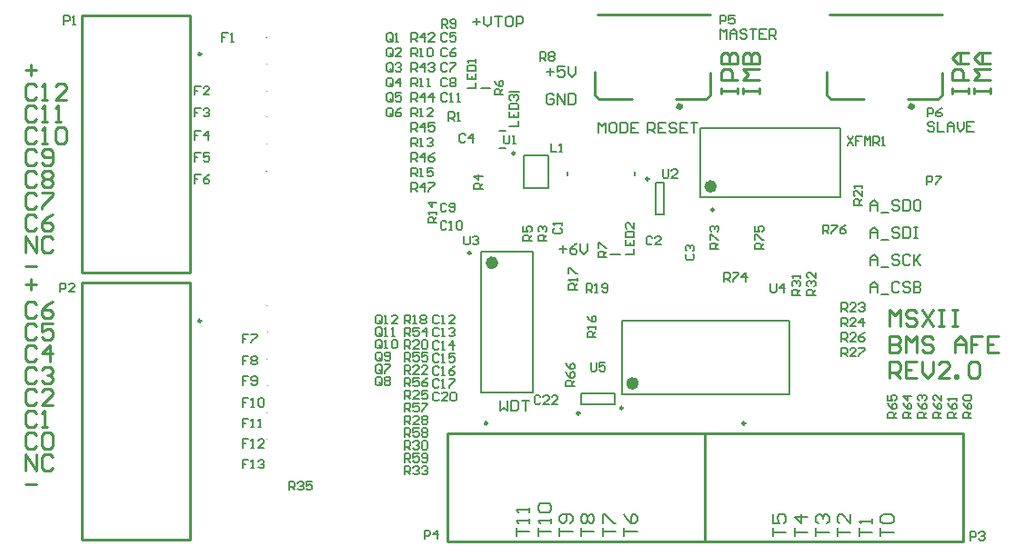
<source format=gto>
G04 Layer_Color=65535*
%FSTAX24Y24*%
%MOIN*%
G70*
G01*
G75*
%ADD39C,0.0100*%
%ADD41C,0.0080*%
%ADD49C,0.0098*%
%ADD50C,0.0236*%
%ADD51C,0.0102*%
%ADD52C,0.0039*%
%ADD53C,0.0197*%
%ADD54C,0.0079*%
%ADD55C,0.0059*%
%ADD56C,0.0060*%
D39*
X043677Y027167D02*
Y031144D01*
X034228D02*
X043677D01*
X034228Y027167D02*
Y031144D01*
Y027167D02*
X043677D01*
X034228D02*
Y031144D01*
X02478D02*
X034228D01*
X02478Y027167D02*
Y031144D01*
Y027167D02*
X034228D01*
X011378Y037018D02*
X015354D01*
Y046467D01*
X011378D02*
X015354D01*
X011378Y037018D02*
Y046467D01*
Y027227D02*
X015354D01*
Y036675D01*
X011378D02*
X015354D01*
X011378Y027227D02*
Y036675D01*
X03028Y046486D02*
X034433D01*
X030191Y043543D02*
Y044389D01*
X030339Y043395D02*
X031569D01*
X030191Y043543D02*
X030339Y043395D01*
X033144D02*
X034266D01*
X034413Y043543D02*
Y04438D01*
X034266Y043395D02*
X034413Y043543D01*
X03878Y046486D02*
X042933D01*
X038691Y043543D02*
Y044389D01*
X038839Y043395D02*
X040069D01*
X038691Y043543D02*
X038839Y043395D01*
X041644D02*
X042766D01*
X042913Y043543D02*
Y04438D01*
X042766Y043395D02*
X042913Y043543D01*
X040981Y03507D02*
Y035669D01*
X041181Y035469D01*
X041381Y035669D01*
Y03507D01*
X041981Y035569D02*
X041881Y035669D01*
X041681D01*
X041581Y035569D01*
Y035469D01*
X041681Y035369D01*
X041881D01*
X041981Y035269D01*
Y035169D01*
X041881Y03507D01*
X041681D01*
X041581Y035169D01*
X042181Y035669D02*
X042581Y03507D01*
Y035669D02*
X042181Y03507D01*
X042781Y035669D02*
X042981D01*
X042881D01*
Y03507D01*
X042781D01*
X042981D01*
X043281Y035669D02*
X043481D01*
X043381D01*
Y03507D01*
X043281D01*
X043481D01*
X040981Y03471D02*
Y03411D01*
X041281D01*
X041381Y03421D01*
Y03431D01*
X041281Y03441D01*
X040981D01*
X041281D01*
X041381Y03451D01*
Y03461D01*
X041281Y03471D01*
X040981D01*
X041581Y03411D02*
Y03471D01*
X041781Y03451D01*
X041981Y03471D01*
Y03411D01*
X042581Y03461D02*
X042481Y03471D01*
X042281D01*
X042181Y03461D01*
Y03451D01*
X042281Y03441D01*
X042481D01*
X042581Y03431D01*
Y03421D01*
X042481Y03411D01*
X042281D01*
X042181Y03421D01*
X043381Y03411D02*
Y03451D01*
X043581Y03471D01*
X043781Y03451D01*
Y03411D01*
Y03441D01*
X043381D01*
X04438Y03471D02*
X043981D01*
Y03441D01*
X04418D01*
X043981D01*
Y03411D01*
X04498Y03471D02*
X04458D01*
Y03411D01*
X04498D01*
X04458Y03441D02*
X04478D01*
X040981Y03315D02*
Y03375D01*
X041281D01*
X041381Y03365D01*
Y03345D01*
X041281Y03335D01*
X040981D01*
X041181D02*
X041381Y03315D01*
X041981Y03375D02*
X041581D01*
Y03315D01*
X041981D01*
X041581Y03345D02*
X041781D01*
X042181Y03375D02*
Y03335D01*
X042381Y03315D01*
X042581Y03335D01*
Y03375D01*
X043181Y03315D02*
X042781D01*
X043181Y03355D01*
Y03365D01*
X043081Y03375D01*
X042881D01*
X042781Y03365D01*
X043381Y03315D02*
Y03325D01*
X043481D01*
Y03315D01*
X043381D01*
X043881Y03365D02*
X043981Y03375D01*
X04418D01*
X04428Y03365D01*
Y03325D01*
X04418Y03315D01*
X043981D01*
X043881Y03325D01*
Y03365D01*
X009731Y04385D02*
X009631Y04395D01*
X009431D01*
X009331Y04385D01*
Y04345D01*
X009431Y04335D01*
X009631D01*
X009731Y04345D01*
X009931Y04335D02*
X010131D01*
X010031D01*
Y04395D01*
X009931Y04385D01*
X010831Y04335D02*
X010431D01*
X010831Y04375D01*
Y04385D01*
X010731Y04395D01*
X010531D01*
X010431Y04385D01*
X009731Y04305D02*
X009631Y04315D01*
X009431D01*
X009331Y04305D01*
Y04265D01*
X009431Y04255D01*
X009631D01*
X009731Y04265D01*
X009931Y04255D02*
X010131D01*
X010031D01*
Y04315D01*
X009931Y04305D01*
X010431Y04255D02*
X010631D01*
X010531D01*
Y04315D01*
X010431Y04305D01*
X009731Y04225D02*
X009631Y04235D01*
X009431D01*
X009331Y04225D01*
Y04185D01*
X009431Y04175D01*
X009631D01*
X009731Y04185D01*
X009931Y04175D02*
X010131D01*
X010031D01*
Y04235D01*
X009931Y04225D01*
X010431D02*
X010531Y04235D01*
X010731D01*
X010831Y04225D01*
Y04185D01*
X010731Y04175D01*
X010531D01*
X010431Y04185D01*
Y04225D01*
X009731Y04145D02*
X009631Y04155D01*
X009431D01*
X009331Y04145D01*
Y04105D01*
X009431Y04095D01*
X009631D01*
X009731Y04105D01*
X009931D02*
X010031Y04095D01*
X010231D01*
X010331Y04105D01*
Y04145D01*
X010231Y04155D01*
X010031D01*
X009931Y04145D01*
Y04135D01*
X010031Y04125D01*
X010331D01*
X009731Y04065D02*
X009631Y04075D01*
X009431D01*
X009331Y04065D01*
Y04025D01*
X009431Y04015D01*
X009631D01*
X009731Y04025D01*
X009931Y04065D02*
X010031Y04075D01*
X010231D01*
X010331Y04065D01*
Y04055D01*
X010231Y04045D01*
X010331Y04035D01*
Y04025D01*
X010231Y04015D01*
X010031D01*
X009931Y04025D01*
Y04035D01*
X010031Y04045D01*
X009931Y04055D01*
Y04065D01*
X010031Y04045D02*
X010231D01*
X009731Y03985D02*
X009631Y03995D01*
X009431D01*
X009331Y03985D01*
Y03945D01*
X009431Y03935D01*
X009631D01*
X009731Y03945D01*
X009931Y03995D02*
X010331D01*
Y03985D01*
X009931Y03945D01*
Y03935D01*
X009731Y03905D02*
X009631Y03915D01*
X009431D01*
X009331Y03905D01*
Y03865D01*
X009431Y03855D01*
X009631D01*
X009731Y03865D01*
X010331Y03915D02*
X010131Y03905D01*
X009931Y03885D01*
Y03865D01*
X010031Y03855D01*
X010231D01*
X010331Y03865D01*
Y03875D01*
X010231Y03885D01*
X009931D01*
X009731Y03105D02*
X009631Y03115D01*
X009431D01*
X009331Y03105D01*
Y03065D01*
X009431Y03055D01*
X009631D01*
X009731Y03065D01*
X009931Y03105D02*
X010031Y03115D01*
X010231D01*
X010331Y03105D01*
Y03065D01*
X010231Y03055D01*
X010031D01*
X009931Y03065D01*
Y03105D01*
X009731Y03185D02*
X009631Y03195D01*
X009431D01*
X009331Y03185D01*
Y03145D01*
X009431Y03135D01*
X009631D01*
X009731Y03145D01*
X009931Y03135D02*
X010131D01*
X010031D01*
Y03195D01*
X009931Y03185D01*
X009731Y03265D02*
X009631Y03275D01*
X009431D01*
X009331Y03265D01*
Y03225D01*
X009431Y03215D01*
X009631D01*
X009731Y03225D01*
X010331Y03215D02*
X009931D01*
X010331Y03255D01*
Y03265D01*
X010231Y03275D01*
X010031D01*
X009931Y03265D01*
X009731Y03345D02*
X009631Y03355D01*
X009431D01*
X009331Y03345D01*
Y03305D01*
X009431Y03295D01*
X009631D01*
X009731Y03305D01*
X009931Y03345D02*
X010031Y03355D01*
X010231D01*
X010331Y03345D01*
Y03335D01*
X010231Y03325D01*
X010131D01*
X010231D01*
X010331Y03315D01*
Y03305D01*
X010231Y03295D01*
X010031D01*
X009931Y03305D01*
X009731Y03425D02*
X009631Y03435D01*
X009431D01*
X009331Y03425D01*
Y03385D01*
X009431Y03375D01*
X009631D01*
X009731Y03385D01*
X010231Y03375D02*
Y03435D01*
X009931Y03405D01*
X010331D01*
X009731Y03505D02*
X009631Y03515D01*
X009431D01*
X009331Y03505D01*
Y03465D01*
X009431Y03455D01*
X009631D01*
X009731Y03465D01*
X010331Y03515D02*
X009931D01*
Y03485D01*
X010131Y03495D01*
X010231D01*
X010331Y03485D01*
Y03465D01*
X010231Y03455D01*
X010031D01*
X009931Y03465D01*
X009731Y03585D02*
X009631Y03595D01*
X009431D01*
X009331Y03585D01*
Y03545D01*
X009431Y03535D01*
X009631D01*
X009731Y03545D01*
X010331Y03595D02*
X010131Y03585D01*
X009931Y03565D01*
Y03545D01*
X010031Y03535D01*
X010231D01*
X010331Y03545D01*
Y03555D01*
X010231Y03565D01*
X009931D01*
X035632Y0436D02*
Y0438D01*
Y0437D01*
X036232D01*
Y0436D01*
Y0438D01*
Y0441D02*
X035632D01*
X035832Y0443D01*
X035632Y0445D01*
X036232D01*
X035632Y0447D02*
X036232D01*
Y045D01*
X036132Y0451D01*
X036032D01*
X035932Y045D01*
Y0447D01*
Y045D01*
X035832Y0451D01*
X035732D01*
X035632Y045D01*
Y0447D01*
X034832Y0436D02*
Y0438D01*
Y0437D01*
X035431D01*
Y0436D01*
Y0438D01*
Y0441D02*
X034832D01*
Y0444D01*
X034932Y0445D01*
X035132D01*
X035232Y0444D01*
Y0441D01*
X034832Y0447D02*
X035431D01*
Y045D01*
X035332Y0451D01*
X035232D01*
X035132Y045D01*
Y0447D01*
Y045D01*
X035032Y0451D01*
X034932D01*
X034832Y045D01*
Y0447D01*
X044082Y0436D02*
Y0438D01*
Y0437D01*
X044682D01*
Y0436D01*
Y0438D01*
Y0441D02*
X044082D01*
X044282Y0443D01*
X044082Y0445D01*
X044682D01*
Y0447D02*
X044282D01*
X044082Y0449D01*
X044282Y0451D01*
X044682D01*
X044382D01*
Y0447D01*
X043282Y0436D02*
Y0438D01*
Y0437D01*
X043882D01*
Y0436D01*
Y0438D01*
Y0441D02*
X043282D01*
Y0444D01*
X043382Y0445D01*
X043582D01*
X043682Y0444D01*
Y0441D01*
X043882Y0447D02*
X043482D01*
X043282Y0449D01*
X043482Y0451D01*
X043882D01*
X043582D01*
Y0447D01*
X009331Y02975D02*
Y03035D01*
X009731Y02975D01*
Y03035D01*
X010331Y03025D02*
X010231Y03035D01*
X010031D01*
X009931Y03025D01*
Y02985D01*
X010031Y02975D01*
X010231D01*
X010331Y02985D01*
X009331Y0366D02*
X009731D01*
X009531Y0368D02*
Y0364D01*
X009331Y02925D02*
X009731D01*
X009331Y03775D02*
Y03835D01*
X009731Y03775D01*
Y03835D01*
X010331Y03825D02*
X010231Y03835D01*
X010031D01*
X009931Y03825D01*
Y03785D01*
X010031Y03775D01*
X010231D01*
X010331Y03785D01*
X009331Y03725D02*
X009731D01*
X009331Y04445D02*
X009731D01*
X009531Y04465D02*
Y04425D01*
D41*
X03672Y02735D02*
Y02767D01*
Y02751D01*
X0372D01*
X03672Y02815D02*
Y02783D01*
X03696D01*
X03688Y02799D01*
Y02807D01*
X03696Y02815D01*
X03712D01*
X0372Y02807D01*
Y02791D01*
X03712Y02783D01*
X03751Y02735D02*
Y02767D01*
Y02751D01*
X03799D01*
Y02807D02*
X03751D01*
X03775Y02783D01*
Y02815D01*
X0383Y02735D02*
Y02767D01*
Y02751D01*
X03878D01*
X03838Y02783D02*
X0383Y02791D01*
Y02807D01*
X03838Y02815D01*
X03846D01*
X03854Y02807D01*
Y02799D01*
Y02807D01*
X03862Y02815D01*
X0387D01*
X03878Y02807D01*
Y02791D01*
X0387Y02783D01*
X03909Y02735D02*
Y02767D01*
Y02751D01*
X03957D01*
Y02815D02*
Y02783D01*
X03925Y02815D01*
X03917D01*
X03909Y02807D01*
Y02791D01*
X03917Y02783D01*
X03988Y02735D02*
Y02767D01*
Y02751D01*
X04036D01*
Y02783D02*
Y02799D01*
Y02791D01*
X03988D01*
X03996Y02783D01*
X04067Y02735D02*
Y02767D01*
Y02751D01*
X04115D01*
X04075Y02783D02*
X04067Y02791D01*
Y02807D01*
X04075Y02815D01*
X04107D01*
X04115Y02807D01*
Y02791D01*
X04107Y02783D01*
X04075D01*
X03127Y02736D02*
Y02768D01*
Y02752D01*
X03175D01*
X03127Y02816D02*
X03135Y028D01*
X03151Y02784D01*
X03167D01*
X03175Y02792D01*
Y02808D01*
X03167Y02816D01*
X03159D01*
X03151Y02808D01*
Y02784D01*
X03048Y02736D02*
Y02768D01*
Y02752D01*
X03096D01*
X03048Y02784D02*
Y02816D01*
X03056D01*
X03088Y02784D01*
X03096D01*
X02969Y02736D02*
Y02768D01*
Y02752D01*
X03017D01*
X02977Y02784D02*
X02969Y02792D01*
Y02808D01*
X02977Y02816D01*
X02985D01*
X02993Y02808D01*
X03001Y02816D01*
X03009D01*
X03017Y02808D01*
Y02792D01*
X03009Y02784D01*
X03001D01*
X02993Y02792D01*
X02985Y02784D01*
X02977D01*
X02993Y02792D02*
Y02808D01*
X0289Y02736D02*
Y02768D01*
Y02752D01*
X02938D01*
X0293Y02784D02*
X02938Y02792D01*
Y02808D01*
X0293Y02816D01*
X02898D01*
X0289Y02808D01*
Y02792D01*
X02898Y02784D01*
X02906D01*
X02914Y02792D01*
Y02816D01*
X02811Y02736D02*
Y02768D01*
Y02752D01*
X02859D01*
Y02784D02*
Y028D01*
Y02792D01*
X02811D01*
X02819Y02784D01*
Y02824D02*
X02811Y02832D01*
Y02848D01*
X02819Y02856D01*
X02851D01*
X02859Y02848D01*
Y02832D01*
X02851Y02824D01*
X02819D01*
X02732Y02736D02*
Y02768D01*
Y02752D01*
X0278D01*
Y02784D02*
Y028D01*
Y02792D01*
X02732D01*
X0274Y02784D01*
X0278Y02824D02*
Y0284D01*
Y02832D01*
X02732D01*
X0274Y02824D01*
D49*
X029634Y031869D02*
G03*
X029634Y031869I-000049J0D01*
G01*
X034552Y039334D02*
G03*
X034552Y039334I-000049J0D01*
G01*
X031218Y03206D02*
G03*
X031218Y03206I-000049J0D01*
G01*
X02564Y037746D02*
G03*
X02564Y037746I-000049J0D01*
G01*
X032165Y040466D02*
G03*
X032165Y040466I-000049J0D01*
G01*
X027257Y041405D02*
G03*
X027257Y041405I-000049J0D01*
G01*
D50*
X034552Y040191D02*
G03*
X034552Y040191I-000118J0D01*
G01*
X031685Y032965D02*
G03*
X031685Y032965I-000118J0D01*
G01*
X026535Y037392D02*
G03*
X026535Y037392I-000118J0D01*
G01*
D51*
X035697Y031498D02*
G03*
X035697Y031498I-000051J0D01*
G01*
X026248D02*
G03*
X026248Y031498I-000051J0D01*
G01*
X01576Y045049D02*
G03*
X01576Y045049I-000051J0D01*
G01*
Y035258D02*
G03*
X01576Y035258I-000051J0D01*
G01*
D52*
X018169Y040761D02*
G03*
X018169Y040761I-00002J0D01*
G01*
Y041748D02*
G03*
X018169Y041748I-00002J0D01*
G01*
Y042736D02*
G03*
X018169Y042736I-00002J0D01*
G01*
X018169Y043685D02*
G03*
X018169Y043685I-00002J0D01*
G01*
Y044672D02*
G03*
X018169Y044672I-00002J0D01*
G01*
Y04566D02*
G03*
X018169Y04566I-00002J0D01*
G01*
X018194Y034843D02*
G03*
X018194Y034843I-00002J0D01*
G01*
Y035827D02*
G03*
X018194Y035827I-00002J0D01*
G01*
Y03386D02*
G03*
X018194Y03386I-00002J0D01*
G01*
Y032876D02*
G03*
X018194Y032876I-00002J0D01*
G01*
Y031893D02*
G03*
X018194Y031893I-00002J0D01*
G01*
Y030927D02*
G03*
X018194Y030927I-00002J0D01*
G01*
D53*
X033331Y04312D02*
G03*
X033331Y04312I-000039J0D01*
G01*
X041831D02*
G03*
X041831Y04312I-000039J0D01*
G01*
D54*
X029683Y032607D02*
X030904D01*
X029683Y032213D02*
X030904D01*
Y032607D01*
X029683Y032213D02*
Y032607D01*
X03404Y039797D02*
X039197D01*
X03404Y042317D02*
X039197D01*
X03404Y039797D02*
Y042317D01*
X039197Y039797D02*
Y042317D01*
X031173Y032571D02*
X037315D01*
X031173Y035249D02*
X037315D01*
X031173Y032571D02*
Y035249D01*
X037315Y032571D02*
Y035249D01*
X029178Y040598D02*
Y040716D01*
X031659Y040598D02*
Y040716D01*
X0267Y041612D02*
X026937D01*
X0267Y042242D02*
X026937D01*
X026024Y032628D02*
Y037786D01*
X027913Y032628D02*
Y037786D01*
X026024D02*
X027913D01*
X026024Y032628D02*
X027913D01*
X032726Y039166D02*
Y040347D01*
X032411Y039166D02*
Y040347D01*
Y039166D02*
X032726D01*
X032411Y040347D02*
X032726D01*
X027597Y04014D02*
Y04134D01*
X028503Y04014D02*
Y04134D01*
X027597D02*
X028503D01*
X027597Y04014D02*
X028503D01*
X032132Y04215D02*
Y042544D01*
X032328D01*
X032394Y042478D01*
Y042347D01*
X032328Y042281D01*
X032132D01*
X032263D02*
X032394Y04215D01*
X032787Y042544D02*
X032525D01*
Y04215D01*
X032787D01*
X032525Y042347D02*
X032656D01*
X033181Y042478D02*
X033115Y042544D01*
X032984D01*
X032919Y042478D01*
Y042412D01*
X032984Y042347D01*
X033115D01*
X033181Y042281D01*
Y042216D01*
X033115Y04215D01*
X032984D01*
X032919Y042216D01*
X033575Y042544D02*
X033312D01*
Y04215D01*
X033575D01*
X033312Y042347D02*
X033443D01*
X033706Y042544D02*
X033968D01*
X033837D01*
Y04215D01*
X030331D02*
Y042544D01*
X030463Y042412D01*
X030594Y042544D01*
Y04215D01*
X030922Y042544D02*
X030791D01*
X030725Y042478D01*
Y042216D01*
X030791Y04215D01*
X030922D01*
X030987Y042216D01*
Y042478D01*
X030922Y042544D01*
X031119D02*
Y04215D01*
X031315D01*
X031381Y042216D01*
Y042478D01*
X031315Y042544D01*
X031119D01*
X031775D02*
X031512D01*
Y04215D01*
X031775D01*
X031512Y042347D02*
X031643D01*
X028881Y037897D02*
X029144D01*
X029013Y038028D02*
Y037766D01*
X029537Y038094D02*
X029406Y038028D01*
X029275Y037897D01*
Y037766D01*
X029341Y0377D01*
X029472D01*
X029537Y037766D01*
Y037831D01*
X029472Y037897D01*
X029275D01*
X029669Y038094D02*
Y037831D01*
X0298Y0377D01*
X029931Y037831D01*
Y038094D01*
X025731Y046247D02*
X025994D01*
X025863Y046378D02*
Y046116D01*
X026125Y046444D02*
Y046181D01*
X026256Y04605D01*
X026387Y046181D01*
Y046444D01*
X026519D02*
X026781D01*
X02665D01*
Y04605D01*
X027109Y046444D02*
X026978D01*
X026912Y046378D01*
Y046116D01*
X026978Y04605D01*
X027109D01*
X027175Y046116D01*
Y046378D01*
X027109Y046444D01*
X027306Y04605D02*
Y046444D01*
X027503D01*
X027568Y046378D01*
Y046247D01*
X027503Y046181D01*
X027306D01*
X026732Y032344D02*
Y03195D01*
X026863Y032081D01*
X026994Y03195D01*
Y032344D01*
X027125D02*
Y03195D01*
X027322D01*
X027387Y032016D01*
Y032278D01*
X027322Y032344D01*
X027125D01*
X027519D02*
X027781D01*
X02765D01*
Y03195D01*
X028431Y044397D02*
X028694D01*
X028563Y044528D02*
Y044266D01*
X029087Y044594D02*
X028825D01*
Y044397D01*
X028956Y044462D01*
X029022D01*
X029087Y044397D01*
Y044266D01*
X029022Y0442D01*
X028891D01*
X028825Y044266D01*
X029219Y044594D02*
Y044331D01*
X02935Y0442D01*
X029481Y044331D01*
Y044594D01*
X028694Y043528D02*
X028628Y043594D01*
X028497D01*
X028431Y043528D01*
Y043266D01*
X028497Y0432D01*
X028628D01*
X028694Y043266D01*
Y043397D01*
X028563D01*
X028825Y0432D02*
Y043594D01*
X029087Y0432D01*
Y043594D01*
X029219D02*
Y0432D01*
X029415D01*
X029481Y043266D01*
Y043528D01*
X029415Y043594D01*
X029219D01*
D55*
X026012Y043797D02*
X02637D01*
X027062Y043657D02*
X02742D01*
X030762Y037707D02*
X03112D01*
X02686Y042075D02*
Y041812D01*
X026912Y04176D01*
X027017D01*
X02707Y041812D01*
Y042075D01*
X027175Y04176D02*
X02728D01*
X027227D01*
Y042075D01*
X027175Y042022D01*
X028182Y0448D02*
Y045115D01*
X028339D01*
X028391Y045062D01*
Y044957D01*
X028339Y044905D01*
X028182D01*
X028286D02*
X028391Y0448D01*
X028496Y045062D02*
X028549Y045115D01*
X028654D01*
X028706Y045062D01*
Y04501D01*
X028654Y044957D01*
X028706Y044905D01*
Y044852D01*
X028654Y0448D01*
X028549D01*
X028496Y044852D01*
Y044905D01*
X028549Y044957D01*
X028496Y04501D01*
Y045062D01*
X028549Y044957D02*
X028654D01*
X026082Y0401D02*
X025767D01*
Y040257D01*
X025819Y04031D01*
X025924D01*
X025977Y040257D01*
Y0401D01*
Y040205D02*
X026082Y04031D01*
Y040572D02*
X025767D01*
X025924Y040415D01*
Y040625D01*
X028431Y0382D02*
X028117D01*
Y038357D01*
X028169Y03841D01*
X028274D01*
X028327Y038357D01*
Y0382D01*
Y038305D02*
X028431Y03841D01*
X028169Y038515D02*
X028117Y038567D01*
Y038672D01*
X028169Y038725D01*
X028222D01*
X028274Y038672D01*
Y03862D01*
Y038672D01*
X028327Y038725D01*
X028379D01*
X028431Y038672D01*
Y038567D01*
X028379Y038515D01*
X024832Y0426D02*
Y042915D01*
X024989D01*
X025041Y042862D01*
Y042757D01*
X024989Y042705D01*
X024832D01*
X024936D02*
X025041Y0426D01*
X025146D02*
X025251D01*
X025199D01*
Y042915D01*
X025146Y042862D01*
X018981Y02905D02*
Y029365D01*
X019139D01*
X019191Y029312D01*
Y029207D01*
X019139Y029155D01*
X018981D01*
X019086D02*
X019191Y02905D01*
X019296Y029312D02*
X019349Y029365D01*
X019454D01*
X019506Y029312D01*
Y02926D01*
X019454Y029207D01*
X019401D01*
X019454D01*
X019506Y029155D01*
Y029102D01*
X019454Y02905D01*
X019349D01*
X019296Y029102D01*
X019821Y029365D02*
X019611D01*
Y029207D01*
X019716Y02926D01*
X019769D01*
X019821Y029207D01*
Y029102D01*
X019769Y02905D01*
X019664D01*
X019611Y029102D01*
X039232Y03395D02*
Y034265D01*
X039389D01*
X039441Y034212D01*
Y034107D01*
X039389Y034055D01*
X039232D01*
X039336D02*
X039441Y03395D01*
X039756D02*
X039546D01*
X039756Y03416D01*
Y034212D01*
X039704Y034265D01*
X039599D01*
X039546Y034212D01*
X039861Y034265D02*
X040071D01*
Y034212D01*
X039861Y034002D01*
Y03395D01*
X039232Y0345D02*
Y034815D01*
X039389D01*
X039441Y034762D01*
Y034657D01*
X039389Y034605D01*
X039232D01*
X039336D02*
X039441Y0345D01*
X039756D02*
X039546D01*
X039756Y03471D01*
Y034762D01*
X039704Y034815D01*
X039599D01*
X039546Y034762D01*
X040071Y034815D02*
X039966Y034762D01*
X039861Y034657D01*
Y034552D01*
X039914Y0345D01*
X040019D01*
X040071Y034552D01*
Y034605D01*
X040019Y034657D01*
X039861D01*
X039232Y03505D02*
Y035365D01*
X039389D01*
X039441Y035312D01*
Y035207D01*
X039389Y035155D01*
X039232D01*
X039336D02*
X039441Y03505D01*
X039756D02*
X039546D01*
X039756Y03526D01*
Y035312D01*
X039704Y035365D01*
X039599D01*
X039546Y035312D01*
X040019Y03505D02*
Y035365D01*
X039861Y035207D01*
X040071D01*
X039232Y0356D02*
Y035915D01*
X039389D01*
X039441Y035862D01*
Y035757D01*
X039389Y035705D01*
X039232D01*
X039336D02*
X039441Y0356D01*
X039756D02*
X039546D01*
X039756Y03581D01*
Y035862D01*
X039704Y035915D01*
X039599D01*
X039546Y035862D01*
X039861D02*
X039914Y035915D01*
X040019D01*
X040071Y035862D01*
Y03581D01*
X040019Y035757D01*
X039966D01*
X040019D01*
X040071Y035705D01*
Y035652D01*
X040019Y0356D01*
X039914D01*
X039861Y035652D01*
X042382Y04275D02*
Y043065D01*
X042539D01*
X042591Y043012D01*
Y042907D01*
X042539Y042855D01*
X042382D01*
X042906Y043065D02*
X042801Y043012D01*
X042696Y042907D01*
Y042802D01*
X042749Y04275D01*
X042854D01*
X042906Y042802D01*
Y042855D01*
X042854Y042907D01*
X042696D01*
X034781Y04615D02*
Y046465D01*
X034939D01*
X034991Y046412D01*
Y046307D01*
X034939Y046255D01*
X034781D01*
X035306Y046465D02*
X035096D01*
Y046307D01*
X035201Y04636D01*
X035254D01*
X035306Y046307D01*
Y046202D01*
X035254Y04615D01*
X035149D01*
X035096Y046202D01*
X027067Y0424D02*
X027381D01*
Y04261D01*
X027067Y042925D02*
Y042715D01*
X027381D01*
Y042925D01*
X027224Y042715D02*
Y04282D01*
X027067Y04303D02*
X027381D01*
Y043187D01*
X027329Y04324D01*
X027119D01*
X027067Y043187D01*
Y04303D01*
X027119Y043345D02*
X027067Y043397D01*
Y043502D01*
X027119Y043554D01*
X027172D01*
X027224Y043502D01*
Y04345D01*
Y043502D01*
X027277Y043554D01*
X027329D01*
X027381Y043502D01*
Y043397D01*
X027329Y043345D01*
X031317Y0377D02*
X031632D01*
Y03791D01*
X031317Y038225D02*
Y038015D01*
X031632D01*
Y038225D01*
X031474Y038015D02*
Y03812D01*
X031317Y03833D02*
X031632D01*
Y038487D01*
X031579Y03854D01*
X031369D01*
X031317Y038487D01*
Y03833D01*
X031632Y038854D02*
Y038645D01*
X031422Y038854D01*
X031369D01*
X031317Y038802D01*
Y038697D01*
X031369Y038645D01*
X025517Y0438D02*
X025831D01*
Y04401D01*
X025517Y044325D02*
Y044115D01*
X025831D01*
Y044325D01*
X025674Y044115D02*
Y04422D01*
X025517Y04443D02*
X025831D01*
Y044587D01*
X025779Y04464D01*
X025569D01*
X025517Y044587D01*
Y04443D01*
X025831Y044745D02*
Y04485D01*
Y044797D01*
X025517D01*
X025569Y044745D01*
X017491Y030165D02*
X017282D01*
Y030007D01*
X017386D01*
X017282D01*
Y02985D01*
X017596D02*
X017701D01*
X017649D01*
Y030165D01*
X017596Y030112D01*
X017859D02*
X017911Y030165D01*
X018016D01*
X018069Y030112D01*
Y03006D01*
X018016Y030007D01*
X017964D01*
X018016D01*
X018069Y029955D01*
Y029902D01*
X018016Y02985D01*
X017911D01*
X017859Y029902D01*
X017491Y030915D02*
X017282D01*
Y030757D01*
X017386D01*
X017282D01*
Y0306D01*
X017596D02*
X017701D01*
X017649D01*
Y030915D01*
X017596Y030862D01*
X018069Y0306D02*
X017859D01*
X018069Y03081D01*
Y030862D01*
X018016Y030915D01*
X017911D01*
X017859Y030862D01*
X015741Y040615D02*
X015532D01*
Y040457D01*
X015636D01*
X015532D01*
Y0403D01*
X016056Y040615D02*
X015951Y040562D01*
X015846Y040457D01*
Y040352D01*
X015899Y0403D01*
X016004D01*
X016056Y040352D01*
Y040405D01*
X016004Y040457D01*
X015846D01*
X017491Y031665D02*
X017282D01*
Y031507D01*
X017386D01*
X017282D01*
Y03135D01*
X017596D02*
X017701D01*
X017649D01*
Y031665D01*
X017596Y031612D01*
X017859Y03135D02*
X017964D01*
X017911D01*
Y031665D01*
X017859Y031612D01*
X015741Y041415D02*
X015532D01*
Y041257D01*
X015636D01*
X015532D01*
Y0411D01*
X016056Y041415D02*
X015846D01*
Y041257D01*
X015951Y04131D01*
X016004D01*
X016056Y041257D01*
Y041152D01*
X016004Y0411D01*
X015899D01*
X015846Y041152D01*
X017491Y032415D02*
X017282D01*
Y032257D01*
X017386D01*
X017282D01*
Y0321D01*
X017596D02*
X017701D01*
X017649D01*
Y032415D01*
X017596Y032362D01*
X017859D02*
X017911Y032415D01*
X018016D01*
X018069Y032362D01*
Y032152D01*
X018016Y0321D01*
X017911D01*
X017859Y032152D01*
Y032362D01*
X015741Y042215D02*
X015532D01*
Y042057D01*
X015636D01*
X015532D01*
Y0419D01*
X016004D02*
Y042215D01*
X015846Y042057D01*
X016056D01*
X017491Y033215D02*
X017282D01*
Y033057D01*
X017386D01*
X017282D01*
Y0329D01*
X017596Y032952D02*
X017649Y0329D01*
X017754D01*
X017806Y032952D01*
Y033162D01*
X017754Y033215D01*
X017649D01*
X017596Y033162D01*
Y03311D01*
X017649Y033057D01*
X017806D01*
X015741Y043065D02*
X015532D01*
Y042907D01*
X015636D01*
X015532D01*
Y04275D01*
X015846Y043012D02*
X015899Y043065D01*
X016004D01*
X016056Y043012D01*
Y04296D01*
X016004Y042907D01*
X015951D01*
X016004D01*
X016056Y042855D01*
Y042802D01*
X016004Y04275D01*
X015899D01*
X015846Y042802D01*
X017491Y033965D02*
X017282D01*
Y033807D01*
X017386D01*
X017282D01*
Y03365D01*
X017596Y033912D02*
X017649Y033965D01*
X017754D01*
X017806Y033912D01*
Y03386D01*
X017754Y033807D01*
X017806Y033755D01*
Y033702D01*
X017754Y03365D01*
X017649D01*
X017596Y033702D01*
Y033755D01*
X017649Y033807D01*
X017596Y03386D01*
Y033912D01*
X017649Y033807D02*
X017754D01*
X015741Y043865D02*
X015532D01*
Y043707D01*
X015636D01*
X015532D01*
Y04355D01*
X016056D02*
X015846D01*
X016056Y04376D01*
Y043812D01*
X016004Y043865D01*
X015899D01*
X015846Y043812D01*
X017491Y034765D02*
X017282D01*
Y034607D01*
X017386D01*
X017282D01*
Y03445D01*
X017596Y034765D02*
X017806D01*
Y034712D01*
X017596Y034502D01*
Y03445D01*
X016741Y045815D02*
X016531D01*
Y045657D01*
X016636D01*
X016531D01*
Y0455D01*
X016846D02*
X016951D01*
X016899D01*
Y045815D01*
X016846Y045762D01*
X033569Y03771D02*
X033517Y037657D01*
Y037552D01*
X033569Y0375D01*
X033779D01*
X033832Y037552D01*
Y037657D01*
X033779Y03771D01*
X033569Y037815D02*
X033517Y037867D01*
Y037972D01*
X033569Y038025D01*
X033622D01*
X033674Y037972D01*
Y03792D01*
Y037972D01*
X033727Y038025D01*
X033779D01*
X033832Y037972D01*
Y037867D01*
X033779Y037815D01*
X032291Y038312D02*
X032239Y038365D01*
X032134D01*
X032081Y038312D01*
Y038102D01*
X032134Y03805D01*
X032239D01*
X032291Y038102D01*
X032606Y03805D02*
X032396D01*
X032606Y03826D01*
Y038312D01*
X032554Y038365D01*
X032449D01*
X032396Y038312D01*
X028719Y03866D02*
X028667Y038607D01*
Y038502D01*
X028719Y03845D01*
X028929D01*
X028981Y038502D01*
Y038607D01*
X028929Y03866D01*
X028981Y038765D02*
Y03887D01*
Y038817D01*
X028667D01*
X028719Y038765D01*
X010734Y046144D02*
Y046459D01*
X010892D01*
X010944Y046406D01*
Y046301D01*
X010892Y046249D01*
X010734D01*
X011049Y046144D02*
X011154D01*
X011102D01*
Y046459D01*
X011049Y046406D01*
X03945Y042015D02*
X03966Y0417D01*
Y042015D02*
X03945Y0417D01*
X039975Y042015D02*
X039765D01*
Y041857D01*
X03987D01*
X039765D01*
Y0417D01*
X04008D02*
Y042015D01*
X040185Y04191D01*
X04029Y042015D01*
Y0417D01*
X040395D02*
Y042015D01*
X040552D01*
X040604Y041962D01*
Y041857D01*
X040552Y041805D01*
X040395D01*
X0405D02*
X040604Y0417D01*
X040709D02*
X040814D01*
X040762D01*
Y042015D01*
X040709Y041962D01*
X032682Y040815D02*
Y040552D01*
X032734Y0405D01*
X032839D01*
X032891Y040552D01*
Y040815D01*
X033206Y0405D02*
X032996D01*
X033206Y04071D01*
Y040762D01*
X033154Y040815D01*
X033049D01*
X032996Y040762D01*
X030044Y033725D02*
Y033462D01*
X030096Y03341D01*
X030201D01*
X030254Y033462D01*
Y033725D01*
X030568D02*
X030359D01*
Y033567D01*
X030464Y03362D01*
X030516D01*
X030568Y033567D01*
Y033462D01*
X030516Y03341D01*
X030411D01*
X030359Y033462D01*
X036632Y036615D02*
Y036352D01*
X036684Y0363D01*
X036789D01*
X036841Y036352D01*
Y036615D01*
X037104Y0363D02*
Y036615D01*
X036946Y036457D01*
X037156D01*
X025394Y038375D02*
Y038112D01*
X025446Y03806D01*
X025551D01*
X025604Y038112D01*
Y038375D01*
X025709Y038322D02*
X025761Y038375D01*
X025866D01*
X025918Y038322D01*
Y03827D01*
X025866Y038217D01*
X025814D01*
X025866D01*
X025918Y038165D01*
Y038112D01*
X025866Y03806D01*
X025761D01*
X025709Y038112D01*
X030631Y0376D02*
X030317D01*
Y037757D01*
X030369Y03781D01*
X030474D01*
X030527Y037757D01*
Y0376D01*
Y037705D02*
X030631Y03781D01*
X030317Y037915D02*
Y038125D01*
X030369D01*
X030579Y037915D01*
X030631D01*
X026832Y04355D02*
X026517D01*
Y043707D01*
X026569Y04376D01*
X026674D01*
X026727Y043707D01*
Y04355D01*
Y043655D02*
X026832Y04376D01*
X026517Y044075D02*
X026569Y04397D01*
X026674Y043865D01*
X026779D01*
X026832Y043917D01*
Y044022D01*
X026779Y044075D01*
X026727D01*
X026674Y044022D01*
Y043865D01*
X027882Y0382D02*
X027567D01*
Y038357D01*
X027619Y03841D01*
X027724D01*
X027777Y038357D01*
Y0382D01*
Y038305D02*
X027882Y03841D01*
X027567Y038725D02*
Y038515D01*
X027724D01*
X027672Y03862D01*
Y038672D01*
X027724Y038725D01*
X027829D01*
X027882Y038672D01*
Y038567D01*
X027829Y038515D01*
X038282Y0362D02*
X037967D01*
Y036357D01*
X038019Y03641D01*
X038124D01*
X038177Y036357D01*
Y0362D01*
Y036305D02*
X038282Y03641D01*
X038019Y036515D02*
X037967Y036567D01*
Y036672D01*
X038019Y036725D01*
X038072D01*
X038124Y036672D01*
Y03662D01*
Y036672D01*
X038177Y036725D01*
X038229D01*
X038282Y036672D01*
Y036567D01*
X038229Y036515D01*
X038282Y03704D02*
Y03683D01*
X038072Y03704D01*
X038019D01*
X037967Y036987D01*
Y036882D01*
X038019Y03683D01*
X037731Y0362D02*
X037417D01*
Y036357D01*
X037469Y03641D01*
X037574D01*
X037627Y036357D01*
Y0362D01*
Y036305D02*
X037731Y03641D01*
X037469Y036515D02*
X037417Y036567D01*
Y036672D01*
X037469Y036725D01*
X037522D01*
X037574Y036672D01*
Y03662D01*
Y036672D01*
X037627Y036725D01*
X037679D01*
X037731Y036672D01*
Y036567D01*
X037679Y036515D01*
X037731Y03683D02*
Y036935D01*
Y036882D01*
X037417D01*
X037469Y03683D01*
X039994Y03951D02*
X039679D01*
Y039667D01*
X039731Y03972D01*
X039836D01*
X039889Y039667D01*
Y03951D01*
Y039615D02*
X039994Y03972D01*
Y040035D02*
Y039825D01*
X039784Y040035D01*
X039731D01*
X039679Y039982D01*
Y039877D01*
X039731Y039825D01*
X039994Y04014D02*
Y040245D01*
Y040192D01*
X039679D01*
X039731Y04014D01*
X03855Y03846D02*
Y038775D01*
X038707D01*
X03876Y038722D01*
Y038617D01*
X038707Y038565D01*
X03855D01*
X038655D02*
X03876Y03846D01*
X038865Y038775D02*
X039075D01*
Y038722D01*
X038865Y038512D01*
Y03846D01*
X03939Y038775D02*
X039285Y038722D01*
X03918Y038617D01*
Y038512D01*
X039232Y03846D01*
X039337D01*
X03939Y038512D01*
Y038565D01*
X039337Y038617D01*
X03918D01*
X036381Y0379D02*
X036067D01*
Y038057D01*
X036119Y03811D01*
X036224D01*
X036277Y038057D01*
Y0379D01*
Y038005D02*
X036381Y03811D01*
X036067Y038215D02*
Y038425D01*
X036119D01*
X036329Y038215D01*
X036381D01*
X036067Y03874D02*
Y03853D01*
X036224D01*
X036172Y038635D01*
Y038687D01*
X036224Y03874D01*
X036329D01*
X036381Y038687D01*
Y038582D01*
X036329Y03853D01*
X034931Y0367D02*
Y037015D01*
X035089D01*
X035141Y036962D01*
Y036857D01*
X035089Y036805D01*
X034931D01*
X035036D02*
X035141Y0367D01*
X035246Y037015D02*
X035456D01*
Y036962D01*
X035246Y036752D01*
Y0367D01*
X035719D02*
Y037015D01*
X035561Y036857D01*
X035771D01*
X034732Y0379D02*
X034417D01*
Y038057D01*
X034469Y03811D01*
X034574D01*
X034627Y038057D01*
Y0379D01*
Y038005D02*
X034732Y03811D01*
X034417Y038215D02*
Y038425D01*
X034469D01*
X034679Y038215D01*
X034732D01*
X034469Y03853D02*
X034417Y038582D01*
Y038687D01*
X034469Y03874D01*
X034522D01*
X034574Y038687D01*
Y038635D01*
Y038687D01*
X034627Y03874D01*
X034679D01*
X034732Y038687D01*
Y038582D01*
X034679Y03853D01*
X044Y0317D02*
X043685D01*
Y031857D01*
X043738Y03191D01*
X043843D01*
X043895Y031857D01*
Y0317D01*
Y031805D02*
X044Y03191D01*
X043685Y032225D02*
X043738Y03212D01*
X043843Y032015D01*
X043948D01*
X044Y032067D01*
Y032172D01*
X043948Y032225D01*
X043895D01*
X043843Y032172D01*
Y032015D01*
X043738Y03233D02*
X043685Y032382D01*
Y032487D01*
X043738Y03254D01*
X043948D01*
X044Y032487D01*
Y032382D01*
X043948Y03233D01*
X043738D01*
X04345Y0317D02*
X043135D01*
Y031857D01*
X043188Y03191D01*
X043293D01*
X043345Y031857D01*
Y0317D01*
Y031805D02*
X04345Y03191D01*
X043135Y032225D02*
X043188Y03212D01*
X043293Y032015D01*
X043398D01*
X04345Y032067D01*
Y032172D01*
X043398Y032225D01*
X043345D01*
X043293Y032172D01*
Y032015D01*
X04345Y03233D02*
Y032435D01*
Y032382D01*
X043135D01*
X043188Y03233D01*
X0429Y0317D02*
X042585D01*
Y031857D01*
X042638Y03191D01*
X042743D01*
X042795Y031857D01*
Y0317D01*
Y031805D02*
X0429Y03191D01*
X042585Y032225D02*
X042638Y03212D01*
X042743Y032015D01*
X042848D01*
X0429Y032067D01*
Y032172D01*
X042848Y032225D01*
X042795D01*
X042743Y032172D01*
Y032015D01*
X0429Y03254D02*
Y03233D01*
X04269Y03254D01*
X042638D01*
X042585Y032487D01*
Y032382D01*
X042638Y03233D01*
X04235Y0317D02*
X042035D01*
Y031857D01*
X042088Y03191D01*
X042193D01*
X042245Y031857D01*
Y0317D01*
Y031805D02*
X04235Y03191D01*
X042035Y032225D02*
X042088Y03212D01*
X042193Y032015D01*
X042298D01*
X04235Y032067D01*
Y032172D01*
X042298Y032225D01*
X042245D01*
X042193Y032172D01*
Y032015D01*
X042088Y03233D02*
X042035Y032382D01*
Y032487D01*
X042088Y03254D01*
X04214D01*
X042193Y032487D01*
Y032435D01*
Y032487D01*
X042245Y03254D01*
X042298D01*
X04235Y032487D01*
Y032382D01*
X042298Y03233D01*
X0418Y0317D02*
X041485D01*
Y031857D01*
X041538Y03191D01*
X041643D01*
X041695Y031857D01*
Y0317D01*
Y031805D02*
X0418Y03191D01*
X041485Y032225D02*
X041538Y03212D01*
X041643Y032015D01*
X041748D01*
X0418Y032067D01*
Y032172D01*
X041748Y032225D01*
X041695D01*
X041643Y032172D01*
Y032015D01*
X0418Y032487D02*
X041485D01*
X041643Y03233D01*
Y03254D01*
X04125Y0317D02*
X040935D01*
Y031857D01*
X040988Y03191D01*
X041093D01*
X041145Y031857D01*
Y0317D01*
Y031805D02*
X04125Y03191D01*
X040935Y032225D02*
X040988Y03212D01*
X041093Y032015D01*
X041198D01*
X04125Y032067D01*
Y032172D01*
X041198Y032225D01*
X041145D01*
X041093Y032172D01*
Y032015D01*
X040935Y03254D02*
Y03233D01*
X041093D01*
X04104Y032435D01*
Y032487D01*
X041093Y03254D01*
X041198D01*
X04125Y032487D01*
Y032382D01*
X041198Y03233D01*
X029444Y03286D02*
X029129D01*
Y033017D01*
X029181Y03307D01*
X029286D01*
X029339Y033017D01*
Y03286D01*
Y032965D02*
X029444Y03307D01*
X029129Y033385D02*
X029181Y03328D01*
X029286Y033175D01*
X029391D01*
X029444Y033227D01*
Y033332D01*
X029391Y033385D01*
X029339D01*
X029286Y033332D01*
Y033175D01*
X029129Y0337D02*
X029181Y033595D01*
X029286Y03349D01*
X029391D01*
X029444Y033542D01*
Y033647D01*
X029391Y0337D01*
X029339D01*
X029286Y033647D01*
Y03349D01*
X023219Y03008D02*
Y030395D01*
X023376D01*
X023428Y030342D01*
Y030237D01*
X023376Y030185D01*
X023219D01*
X023323D02*
X023428Y03008D01*
X023743Y030395D02*
X023533D01*
Y030237D01*
X023638Y03029D01*
X023691D01*
X023743Y030237D01*
Y030132D01*
X023691Y03008D01*
X023586D01*
X023533Y030132D01*
X023848D02*
X023901Y03008D01*
X024006D01*
X024058Y030132D01*
Y030342D01*
X024006Y030395D01*
X023901D01*
X023848Y030342D01*
Y03029D01*
X023901Y030237D01*
X024058D01*
X023468Y040007D02*
Y040322D01*
X023626D01*
X023678Y040269D01*
Y040164D01*
X023626Y040112D01*
X023468D01*
X023573D02*
X023678Y040007D01*
X023941D02*
Y040322D01*
X023783Y040164D01*
X023993D01*
X024098Y040322D02*
X024308D01*
Y040269D01*
X024098Y040059D01*
Y040007D01*
X023219Y031003D02*
Y031318D01*
X023376D01*
X023428Y031265D01*
Y03116D01*
X023376Y031108D01*
X023219D01*
X023323D02*
X023428Y031003D01*
X023743Y031318D02*
X023533D01*
Y03116D01*
X023638Y031213D01*
X023691D01*
X023743Y03116D01*
Y031055D01*
X023691Y031003D01*
X023586D01*
X023533Y031055D01*
X023848Y031265D02*
X023901Y031318D01*
X024006D01*
X024058Y031265D01*
Y031213D01*
X024006Y03116D01*
X024058Y031108D01*
Y031055D01*
X024006Y031003D01*
X023901D01*
X023848Y031055D01*
Y031108D01*
X023901Y03116D01*
X023848Y031213D01*
Y031265D01*
X023901Y03116D02*
X024006D01*
X023468Y041107D02*
Y041422D01*
X023626D01*
X023678Y041369D01*
Y041264D01*
X023626Y041212D01*
X023468D01*
X023573D02*
X023678Y041107D01*
X023941D02*
Y041422D01*
X023783Y041264D01*
X023993D01*
X024308Y041422D02*
X024203Y041369D01*
X024098Y041264D01*
Y041159D01*
X024151Y041107D01*
X024256D01*
X024308Y041159D01*
Y041212D01*
X024256Y041264D01*
X024098D01*
X023219Y031926D02*
Y032241D01*
X023376D01*
X023428Y032188D01*
Y032084D01*
X023376Y032031D01*
X023219D01*
X023323D02*
X023428Y031926D01*
X023743Y032241D02*
X023533D01*
Y032084D01*
X023638Y032136D01*
X023691D01*
X023743Y032084D01*
Y031979D01*
X023691Y031926D01*
X023586D01*
X023533Y031979D01*
X023848Y032241D02*
X024058D01*
Y032188D01*
X023848Y031979D01*
Y031926D01*
X023468Y042207D02*
Y042522D01*
X023626D01*
X023678Y042469D01*
Y042364D01*
X023626Y042312D01*
X023468D01*
X023573D02*
X023678Y042207D01*
X023941D02*
Y042522D01*
X023783Y042364D01*
X023993D01*
X024308Y042522D02*
X024098D01*
Y042364D01*
X024203Y042417D01*
X024256D01*
X024308Y042364D01*
Y042259D01*
X024256Y042207D01*
X024151D01*
X024098Y042259D01*
X023219Y032849D02*
Y033164D01*
X023376D01*
X023428Y033112D01*
Y033007D01*
X023376Y032954D01*
X023219D01*
X023323D02*
X023428Y032849D01*
X023743Y033164D02*
X023533D01*
Y033007D01*
X023638Y033059D01*
X023691D01*
X023743Y033007D01*
Y032902D01*
X023691Y032849D01*
X023586D01*
X023533Y032902D01*
X024058Y033164D02*
X023953Y033112D01*
X023848Y033007D01*
Y032902D01*
X023901Y032849D01*
X024006D01*
X024058Y032902D01*
Y032954D01*
X024006Y033007D01*
X023848D01*
X023468Y043307D02*
Y043622D01*
X023626D01*
X023678Y043569D01*
Y043464D01*
X023626Y043412D01*
X023468D01*
X023573D02*
X023678Y043307D01*
X023941D02*
Y043622D01*
X023783Y043464D01*
X023993D01*
X024256Y043307D02*
Y043622D01*
X024098Y043464D01*
X024308D01*
X023219Y033772D02*
Y034087D01*
X023376D01*
X023428Y034035D01*
Y03393D01*
X023376Y033877D01*
X023219D01*
X023323D02*
X023428Y033772D01*
X023743Y034087D02*
X023533D01*
Y03393D01*
X023638Y033982D01*
X023691D01*
X023743Y03393D01*
Y033825D01*
X023691Y033772D01*
X023586D01*
X023533Y033825D01*
X024058Y034087D02*
X023848D01*
Y03393D01*
X023953Y033982D01*
X024006D01*
X024058Y03393D01*
Y033825D01*
X024006Y033772D01*
X023901D01*
X023848Y033825D01*
X023468Y044407D02*
Y044722D01*
X023626D01*
X023678Y044669D01*
Y044564D01*
X023626Y044512D01*
X023468D01*
X023573D02*
X023678Y044407D01*
X023941D02*
Y044722D01*
X023783Y044564D01*
X023993D01*
X024098Y044669D02*
X024151Y044722D01*
X024256D01*
X024308Y044669D01*
Y044617D01*
X024256Y044564D01*
X024203D01*
X024256D01*
X024308Y044512D01*
Y044459D01*
X024256Y044407D01*
X024151D01*
X024098Y044459D01*
X023219Y034695D02*
Y03501D01*
X023376D01*
X023428Y034958D01*
Y034853D01*
X023376Y0348D01*
X023219D01*
X023323D02*
X023428Y034695D01*
X023743Y03501D02*
X023533D01*
Y034853D01*
X023638Y034905D01*
X023691D01*
X023743Y034853D01*
Y034748D01*
X023691Y034695D01*
X023586D01*
X023533Y034748D01*
X024006Y034695D02*
Y03501D01*
X023848Y034853D01*
X024058D01*
X023468Y045507D02*
Y045822D01*
X023626D01*
X023678Y045769D01*
Y045664D01*
X023626Y045612D01*
X023468D01*
X023573D02*
X023678Y045507D01*
X023941D02*
Y045822D01*
X023783Y045664D01*
X023993D01*
X024308Y045507D02*
X024098D01*
X024308Y045717D01*
Y045769D01*
X024256Y045822D01*
X024151D01*
X024098Y045769D01*
X023219Y029618D02*
Y029933D01*
X023376D01*
X023428Y029881D01*
Y029776D01*
X023376Y029723D01*
X023219D01*
X023323D02*
X023428Y029618D01*
X023533Y029881D02*
X023586Y029933D01*
X023691D01*
X023743Y029881D01*
Y029828D01*
X023691Y029776D01*
X023638D01*
X023691D01*
X023743Y029723D01*
Y029671D01*
X023691Y029618D01*
X023586D01*
X023533Y029671D01*
X023848Y029881D02*
X023901Y029933D01*
X024006D01*
X024058Y029881D01*
Y029828D01*
X024006Y029776D01*
X023953D01*
X024006D01*
X024058Y029723D01*
Y029671D01*
X024006Y029618D01*
X023901D01*
X023848Y029671D01*
X023219Y030541D02*
Y030856D01*
X023376D01*
X023428Y030804D01*
Y030699D01*
X023376Y030646D01*
X023219D01*
X023323D02*
X023428Y030541D01*
X023533Y030804D02*
X023586Y030856D01*
X023691D01*
X023743Y030804D01*
Y030751D01*
X023691Y030699D01*
X023638D01*
X023691D01*
X023743Y030646D01*
Y030594D01*
X023691Y030541D01*
X023586D01*
X023533Y030594D01*
X023848Y030804D02*
X023901Y030856D01*
X024006D01*
X024058Y030804D01*
Y030594D01*
X024006Y030541D01*
X023901D01*
X023848Y030594D01*
Y030804D01*
X023219Y031465D02*
Y031779D01*
X023376D01*
X023428Y031727D01*
Y031622D01*
X023376Y031569D01*
X023219D01*
X023323D02*
X023428Y031465D01*
X023743D02*
X023533D01*
X023743Y031674D01*
Y031727D01*
X023691Y031779D01*
X023586D01*
X023533Y031727D01*
X023848D02*
X023901Y031779D01*
X024006D01*
X024058Y031727D01*
Y031674D01*
X024006Y031622D01*
X024058Y031569D01*
Y031517D01*
X024006Y031465D01*
X023901D01*
X023848Y031517D01*
Y031569D01*
X023901Y031622D01*
X023848Y031674D01*
Y031727D01*
X023901Y031622D02*
X024006D01*
X023219Y032388D02*
Y032702D01*
X023376D01*
X023428Y03265D01*
Y032545D01*
X023376Y032493D01*
X023219D01*
X023323D02*
X023428Y032388D01*
X023743D02*
X023533D01*
X023743Y032598D01*
Y03265D01*
X023691Y032702D01*
X023586D01*
X023533Y03265D01*
X024058Y032702D02*
X023848D01*
Y032545D01*
X023953Y032598D01*
X024006D01*
X024058Y032545D01*
Y03244D01*
X024006Y032388D01*
X023901D01*
X023848Y03244D01*
X023219Y033311D02*
Y033626D01*
X023376D01*
X023428Y033573D01*
Y033468D01*
X023376Y033416D01*
X023219D01*
X023323D02*
X023428Y033311D01*
X023743D02*
X023533D01*
X023743Y033521D01*
Y033573D01*
X023691Y033626D01*
X023586D01*
X023533Y033573D01*
X024058Y033311D02*
X023848D01*
X024058Y033521D01*
Y033573D01*
X024006Y033626D01*
X023901D01*
X023848Y033573D01*
X023219Y034234D02*
Y034549D01*
X023376D01*
X023428Y034496D01*
Y034391D01*
X023376Y034339D01*
X023219D01*
X023323D02*
X023428Y034234D01*
X023743D02*
X023533D01*
X023743Y034444D01*
Y034496D01*
X023691Y034549D01*
X023586D01*
X023533Y034496D01*
X023848D02*
X023901Y034549D01*
X024006D01*
X024058Y034496D01*
Y034286D01*
X024006Y034234D01*
X023901D01*
X023848Y034286D01*
Y034496D01*
X023219Y035157D02*
Y035472D01*
X023376D01*
X023428Y035419D01*
Y035314D01*
X023376Y035262D01*
X023219D01*
X023323D02*
X023428Y035157D01*
X023533D02*
X023638D01*
X023586D01*
Y035472D01*
X023533Y035419D01*
X023796D02*
X023848Y035472D01*
X023953D01*
X024006Y035419D01*
Y035367D01*
X023953Y035314D01*
X024006Y035262D01*
Y035209D01*
X023953Y035157D01*
X023848D01*
X023796Y035209D01*
Y035262D01*
X023848Y035314D01*
X023796Y035367D01*
Y035419D01*
X023848Y035314D02*
X023953D01*
X023468Y040557D02*
Y040872D01*
X023626D01*
X023678Y040819D01*
Y040714D01*
X023626Y040662D01*
X023468D01*
X023573D02*
X023678Y040557D01*
X023783D02*
X023888D01*
X023836D01*
Y040872D01*
X023783Y040819D01*
X024256Y040872D02*
X024046D01*
Y040714D01*
X024151Y040767D01*
X024203D01*
X024256Y040714D01*
Y040609D01*
X024203Y040557D01*
X024098D01*
X024046Y040609D01*
X023468Y041657D02*
Y041972D01*
X023626D01*
X023678Y041919D01*
Y041814D01*
X023626Y041762D01*
X023468D01*
X023573D02*
X023678Y041657D01*
X023783D02*
X023888D01*
X023836D01*
Y041972D01*
X023783Y041919D01*
X024046D02*
X024098Y041972D01*
X024203D01*
X024256Y041919D01*
Y041867D01*
X024203Y041814D01*
X024151D01*
X024203D01*
X024256Y041762D01*
Y041709D01*
X024203Y041657D01*
X024098D01*
X024046Y041709D01*
X024386Y038851D02*
X024071D01*
Y039008D01*
X024123Y03906D01*
X024228D01*
X024281Y039008D01*
Y038851D01*
Y038956D02*
X024386Y03906D01*
Y039165D02*
Y03927D01*
Y039218D01*
X024071D01*
X024123Y039165D01*
X024386Y039585D02*
X024071D01*
X024228Y039428D01*
Y039638D01*
X023468Y042757D02*
Y043072D01*
X023626D01*
X023678Y043019D01*
Y042914D01*
X023626Y042862D01*
X023468D01*
X023573D02*
X023678Y042757D01*
X023783D02*
X023888D01*
X023836D01*
Y043072D01*
X023783Y043019D01*
X024256Y042757D02*
X024046D01*
X024256Y042967D01*
Y043019D01*
X024203Y043072D01*
X024098D01*
X024046Y043019D01*
X023468Y043857D02*
Y044172D01*
X023626D01*
X023678Y044119D01*
Y044014D01*
X023626Y043962D01*
X023468D01*
X023573D02*
X023678Y043857D01*
X023783D02*
X023888D01*
X023836D01*
Y044172D01*
X023783Y044119D01*
X024046Y043857D02*
X024151D01*
X024098D01*
Y044172D01*
X024046Y044119D01*
X023468Y044957D02*
Y045272D01*
X023626D01*
X023678Y045219D01*
Y045114D01*
X023626Y045062D01*
X023468D01*
X023573D02*
X023678Y044957D01*
X023783D02*
X023888D01*
X023836D01*
Y045272D01*
X023783Y045219D01*
X024046D02*
X024098Y045272D01*
X024203D01*
X024256Y045219D01*
Y045009D01*
X024203Y044957D01*
X024098D01*
X024046Y045009D01*
Y045219D01*
X029881Y0363D02*
Y036615D01*
X030039D01*
X030091Y036562D01*
Y036457D01*
X030039Y036405D01*
X029881D01*
X029986D02*
X030091Y0363D01*
X030196D02*
X030301D01*
X030249D01*
Y036615D01*
X030196Y036562D01*
X030459Y036352D02*
X030511Y0363D01*
X030616D01*
X030669Y036352D01*
Y036562D01*
X030616Y036615D01*
X030511D01*
X030459Y036562D01*
Y03651D01*
X030511Y036457D01*
X030669D01*
X029544Y03641D02*
X029229D01*
Y036567D01*
X029281Y03662D01*
X029386D01*
X029439Y036567D01*
Y03641D01*
Y036515D02*
X029544Y03662D01*
Y036725D02*
Y03683D01*
Y036777D01*
X029229D01*
X029281Y036725D01*
X029229Y036987D02*
Y037197D01*
X029281D01*
X029491Y036987D01*
X029544D01*
X030231Y03465D02*
X029917D01*
Y034807D01*
X029969Y03486D01*
X030074D01*
X030127Y034807D01*
Y03465D01*
Y034755D02*
X030231Y03486D01*
Y034965D02*
Y03507D01*
Y035017D01*
X029917D01*
X029969Y034965D01*
X029917Y035437D02*
X029969Y035332D01*
X030074Y035227D01*
X030179D01*
X030231Y03528D01*
Y035385D01*
X030179Y035437D01*
X030127D01*
X030074Y035385D01*
Y035227D01*
X024571Y04601D02*
Y046325D01*
X024729D01*
X024781Y046272D01*
Y046167D01*
X024729Y046115D01*
X024571D01*
X024676D02*
X024781Y04601D01*
X024886Y046062D02*
X024939Y04601D01*
X025044D01*
X025096Y046062D01*
Y046272D01*
X025044Y046325D01*
X024939D01*
X024886Y046272D01*
Y04622D01*
X024939Y046167D01*
X025096D01*
X022378Y035209D02*
Y035419D01*
X022326Y035472D01*
X022221D01*
X022169Y035419D01*
Y035209D01*
X022221Y035157D01*
X022326D01*
X022273Y035262D02*
X022378Y035157D01*
X022326D02*
X022378Y035209D01*
X022483Y035157D02*
X022588D01*
X022536D01*
Y035472D01*
X022483Y035419D01*
X022956Y035157D02*
X022746D01*
X022956Y035367D01*
Y035419D01*
X022903Y035472D01*
X022798D01*
X022746Y035419D01*
X022778Y042809D02*
Y043019D01*
X022726Y043072D01*
X022621D01*
X022569Y043019D01*
Y042809D01*
X022621Y042757D01*
X022726D01*
X022673Y042862D02*
X022778Y042757D01*
X022726D02*
X022778Y042809D01*
X023093Y043072D02*
X022988Y043019D01*
X022883Y042914D01*
Y042809D01*
X022936Y042757D01*
X023041D01*
X023093Y042809D01*
Y042862D01*
X023041Y042914D01*
X022883D01*
X022378Y034756D02*
Y034966D01*
X022326Y035019D01*
X022221D01*
X022169Y034966D01*
Y034756D01*
X022221Y034704D01*
X022326D01*
X022273Y034809D02*
X022378Y034704D01*
X022326D02*
X022378Y034756D01*
X022483Y034704D02*
X022588D01*
X022536D01*
Y035019D01*
X022483Y034966D01*
X022746Y034704D02*
X022851D01*
X022798D01*
Y035019D01*
X022746Y034966D01*
X022778Y043359D02*
Y043569D01*
X022726Y043622D01*
X022621D01*
X022569Y043569D01*
Y043359D01*
X022621Y043307D01*
X022726D01*
X022673Y043412D02*
X022778Y043307D01*
X022726D02*
X022778Y043359D01*
X023093Y043622D02*
X022883D01*
Y043464D01*
X022988Y043517D01*
X023041D01*
X023093Y043464D01*
Y043359D01*
X023041Y043307D01*
X022936D01*
X022883Y043359D01*
X022378Y034303D02*
Y034513D01*
X022326Y034566D01*
X022221D01*
X022169Y034513D01*
Y034303D01*
X022221Y034251D01*
X022326D01*
X022273Y034356D02*
X022378Y034251D01*
X022326D02*
X022378Y034303D01*
X022483Y034251D02*
X022588D01*
X022536D01*
Y034566D01*
X022483Y034513D01*
X022746D02*
X022798Y034566D01*
X022903D01*
X022956Y034513D01*
Y034303D01*
X022903Y034251D01*
X022798D01*
X022746Y034303D01*
Y034513D01*
X022778Y043909D02*
Y044119D01*
X022726Y044172D01*
X022621D01*
X022569Y044119D01*
Y043909D01*
X022621Y043857D01*
X022726D01*
X022673Y043962D02*
X022778Y043857D01*
X022726D02*
X022778Y043909D01*
X023041Y043857D02*
Y044172D01*
X022883Y044014D01*
X023093D01*
X022378Y03385D02*
Y03406D01*
X022326Y034113D01*
X022221D01*
X022169Y03406D01*
Y03385D01*
X022221Y033798D01*
X022326D01*
X022273Y033903D02*
X022378Y033798D01*
X022326D02*
X022378Y03385D01*
X022483D02*
X022536Y033798D01*
X022641D01*
X022693Y03385D01*
Y03406D01*
X022641Y034113D01*
X022536D01*
X022483Y03406D01*
Y034008D01*
X022536Y033955D01*
X022693D01*
X022778Y044459D02*
Y044669D01*
X022726Y044722D01*
X022621D01*
X022569Y044669D01*
Y044459D01*
X022621Y044407D01*
X022726D01*
X022673Y044512D02*
X022778Y044407D01*
X022726D02*
X022778Y044459D01*
X022883Y044669D02*
X022936Y044722D01*
X023041D01*
X023093Y044669D01*
Y044617D01*
X023041Y044564D01*
X022988D01*
X023041D01*
X023093Y044512D01*
Y044459D01*
X023041Y044407D01*
X022936D01*
X022883Y044459D01*
X022378Y032944D02*
Y033154D01*
X022326Y033207D01*
X022221D01*
X022169Y033154D01*
Y032944D01*
X022221Y032892D01*
X022326D01*
X022273Y032997D02*
X022378Y032892D01*
X022326D02*
X022378Y032944D01*
X022483Y033154D02*
X022536Y033207D01*
X022641D01*
X022693Y033154D01*
Y033102D01*
X022641Y033049D01*
X022693Y032997D01*
Y032944D01*
X022641Y032892D01*
X022536D01*
X022483Y032944D01*
Y032997D01*
X022536Y033049D01*
X022483Y033102D01*
Y033154D01*
X022536Y033049D02*
X022641D01*
X022778Y045009D02*
Y045219D01*
X022726Y045272D01*
X022621D01*
X022569Y045219D01*
Y045009D01*
X022621Y044957D01*
X022726D01*
X022673Y045062D02*
X022778Y044957D01*
X022726D02*
X022778Y045009D01*
X023093Y044957D02*
X022883D01*
X023093Y045167D01*
Y045219D01*
X023041Y045272D01*
X022936D01*
X022883Y045219D01*
X022378Y033397D02*
Y033607D01*
X022326Y03366D01*
X022221D01*
X022169Y033607D01*
Y033397D01*
X022221Y033345D01*
X022326D01*
X022273Y03345D02*
X022378Y033345D01*
X022326D02*
X022378Y033397D01*
X022483Y03366D02*
X022693D01*
Y033607D01*
X022483Y033397D01*
Y033345D01*
X022778Y045559D02*
Y045769D01*
X022726Y045822D01*
X022621D01*
X022569Y045769D01*
Y045559D01*
X022621Y045507D01*
X022726D01*
X022673Y045612D02*
X022778Y045507D01*
X022726D02*
X022778Y045559D01*
X022883Y045507D02*
X022988D01*
X022936D01*
Y045822D01*
X022883Y045769D01*
X023944Y02726D02*
Y027575D01*
X024101D01*
X024154Y027522D01*
Y027417D01*
X024101Y027365D01*
X023944D01*
X024416Y02726D02*
Y027575D01*
X024259Y027417D01*
X024468D01*
X04395Y02721D02*
Y027525D01*
X044107D01*
X04416Y027472D01*
Y027367D01*
X044107Y027315D01*
X04395D01*
X044265Y027472D02*
X044317Y027525D01*
X044422D01*
X044475Y027472D01*
Y02742D01*
X044422Y027367D01*
X04437D01*
X044422D01*
X044475Y027315D01*
Y027262D01*
X044422Y02721D01*
X044317D01*
X044265Y027262D01*
X028582Y041765D02*
Y04145D01*
X028791D01*
X028896D02*
X029001D01*
X028949D01*
Y041765D01*
X028896Y041712D01*
X025441Y042062D02*
X025389Y042115D01*
X025284D01*
X025231Y042062D01*
Y041852D01*
X025284Y0418D01*
X025389D01*
X025441Y041852D01*
X025704Y0418D02*
Y042115D01*
X025546Y041957D01*
X025756D01*
X028191Y032462D02*
X028139Y032515D01*
X028034D01*
X027982Y032462D01*
Y032252D01*
X028034Y0322D01*
X028139D01*
X028191Y032252D01*
X028506Y0322D02*
X028296D01*
X028506Y03241D01*
Y032462D01*
X028454Y032515D01*
X028349D01*
X028296Y032462D01*
X028821Y0322D02*
X028611D01*
X028821Y03241D01*
Y032462D01*
X028769Y032515D01*
X028664D01*
X028611Y032462D01*
X024478Y032591D02*
X024426Y032643D01*
X024321D01*
X024269Y032591D01*
Y032381D01*
X024321Y032328D01*
X024426D01*
X024478Y032381D01*
X024793Y032328D02*
X024583D01*
X024793Y032538D01*
Y032591D01*
X024741Y032643D01*
X024636D01*
X024583Y032591D01*
X024898D02*
X024951Y032643D01*
X025056D01*
X025108Y032591D01*
Y032381D01*
X025056Y032328D01*
X024951D01*
X024898Y032381D01*
Y032591D01*
X024478Y033062D02*
X024426Y033115D01*
X024321D01*
X024269Y033062D01*
Y032852D01*
X024321Y0328D01*
X024426D01*
X024478Y032852D01*
X024583Y0328D02*
X024688D01*
X024636D01*
Y033115D01*
X024583Y033062D01*
X024846Y033115D02*
X025056D01*
Y033062D01*
X024846Y032852D01*
Y0328D01*
X024478Y033534D02*
X024426Y033586D01*
X024321D01*
X024269Y033534D01*
Y033324D01*
X024321Y033271D01*
X024426D01*
X024478Y033324D01*
X024583Y033271D02*
X024688D01*
X024636D01*
Y033586D01*
X024583Y033534D01*
X025056Y033586D02*
X024951Y033534D01*
X024846Y033429D01*
Y033324D01*
X024898Y033271D01*
X025003D01*
X025056Y033324D01*
Y033376D01*
X025003Y033429D01*
X024846D01*
X024478Y034005D02*
X024426Y034057D01*
X024321D01*
X024269Y034005D01*
Y033795D01*
X024321Y033743D01*
X024426D01*
X024478Y033795D01*
X024583Y033743D02*
X024688D01*
X024636D01*
Y034057D01*
X024583Y034005D01*
X025056Y034057D02*
X024846D01*
Y0339D01*
X024951Y033952D01*
X025003D01*
X025056Y0339D01*
Y033795D01*
X025003Y033743D01*
X024898D01*
X024846Y033795D01*
X024478Y034476D02*
X024426Y034529D01*
X024321D01*
X024269Y034476D01*
Y034266D01*
X024321Y034214D01*
X024426D01*
X024478Y034266D01*
X024583Y034214D02*
X024688D01*
X024636D01*
Y034529D01*
X024583Y034476D01*
X025003Y034214D02*
Y034529D01*
X024846Y034371D01*
X025056D01*
X024478Y034948D02*
X024426Y035D01*
X024321D01*
X024269Y034948D01*
Y034738D01*
X024321Y034685D01*
X024426D01*
X024478Y034738D01*
X024583Y034685D02*
X024688D01*
X024636D01*
Y035D01*
X024583Y034948D01*
X024846D02*
X024898Y035D01*
X025003D01*
X025056Y034948D01*
Y034895D01*
X025003Y034843D01*
X024951D01*
X025003D01*
X025056Y03479D01*
Y034738D01*
X025003Y034685D01*
X024898D01*
X024846Y034738D01*
X024478Y035419D02*
X024426Y035472D01*
X024321D01*
X024269Y035419D01*
Y035209D01*
X024321Y035157D01*
X024426D01*
X024478Y035209D01*
X024583Y035157D02*
X024688D01*
X024636D01*
Y035472D01*
X024583Y035419D01*
X025056Y035157D02*
X024846D01*
X025056Y035367D01*
Y035419D01*
X025003Y035472D01*
X024898D01*
X024846Y035419D01*
X024778Y043569D02*
X024726Y043622D01*
X024621D01*
X024569Y043569D01*
Y043359D01*
X024621Y043307D01*
X024726D01*
X024778Y043359D01*
X024883Y043307D02*
X024988D01*
X024936D01*
Y043622D01*
X024883Y043569D01*
X025146Y043307D02*
X025251D01*
X025198D01*
Y043622D01*
X025146Y043569D01*
X024778Y044119D02*
X024726Y044172D01*
X024621D01*
X024569Y044119D01*
Y043909D01*
X024621Y043857D01*
X024726D01*
X024778Y043909D01*
X024883Y044119D02*
X024936Y044172D01*
X025041D01*
X025093Y044119D01*
Y044067D01*
X025041Y044014D01*
X025093Y043962D01*
Y043909D01*
X025041Y043857D01*
X024936D01*
X024883Y043909D01*
Y043962D01*
X024936Y044014D01*
X024883Y044067D01*
Y044119D01*
X024936Y044014D02*
X025041D01*
X024753Y039526D02*
X024701Y039579D01*
X024596D01*
X024543Y039526D01*
Y039316D01*
X024596Y039264D01*
X024701D01*
X024753Y039316D01*
X024858D02*
X024911Y039264D01*
X025016D01*
X025068Y039316D01*
Y039526D01*
X025016Y039579D01*
X024911D01*
X024858Y039526D01*
Y039474D01*
X024911Y039421D01*
X025068D01*
X024778Y044669D02*
X024726Y044722D01*
X024621D01*
X024569Y044669D01*
Y044459D01*
X024621Y044407D01*
X024726D01*
X024778Y044459D01*
X024883Y044722D02*
X025093D01*
Y044669D01*
X024883Y044459D01*
Y044407D01*
X024778Y045219D02*
X024726Y045272D01*
X024621D01*
X024569Y045219D01*
Y045009D01*
X024621Y044957D01*
X024726D01*
X024778Y045009D01*
X025093Y045272D02*
X024988Y045219D01*
X024883Y045114D01*
Y045009D01*
X024936Y044957D01*
X025041D01*
X025093Y045009D01*
Y045062D01*
X025041Y045114D01*
X024883D01*
X024778Y045769D02*
X024726Y045822D01*
X024621D01*
X024569Y045769D01*
Y045559D01*
X024621Y045507D01*
X024726D01*
X024778Y045559D01*
X025093Y045822D02*
X024883D01*
Y045664D01*
X024988Y045717D01*
X025041D01*
X025093Y045664D01*
Y045559D01*
X025041Y045507D01*
X024936D01*
X024883Y045559D01*
X024753Y038877D02*
X024701Y038929D01*
X024596D01*
X024543Y038877D01*
Y038667D01*
X024596Y038614D01*
X024701D01*
X024753Y038667D01*
X024858Y038614D02*
X024963D01*
X024911D01*
Y038929D01*
X024858Y038877D01*
X025121D02*
X025173Y038929D01*
X025278D01*
X02533Y038877D01*
Y038667D01*
X025278Y038614D01*
X025173D01*
X025121Y038667D01*
Y038877D01*
X04236Y04026D02*
Y040575D01*
X042517D01*
X04257Y040522D01*
Y040417D01*
X042517Y040365D01*
X04236D01*
X042675Y040575D02*
X042885D01*
Y040522D01*
X042675Y040312D01*
Y04026D01*
X010591Y036321D02*
Y036636D01*
X010748D01*
X0108Y036583D01*
Y036478D01*
X010748Y036426D01*
X010591D01*
X011115Y036321D02*
X010905D01*
X011115Y036531D01*
Y036583D01*
X011063Y036636D01*
X010958D01*
X010905Y036583D01*
X0403Y0363D02*
Y036562D01*
X040431Y036694D01*
X040562Y036562D01*
Y0363D01*
Y036497D01*
X0403D01*
X040694Y036234D02*
X040956D01*
X04135Y036628D02*
X041284Y036694D01*
X041153D01*
X041087Y036628D01*
Y036366D01*
X041153Y0363D01*
X041284D01*
X04135Y036366D01*
X041743Y036628D02*
X041678Y036694D01*
X041546D01*
X041481Y036628D01*
Y036562D01*
X041546Y036497D01*
X041678D01*
X041743Y036431D01*
Y036366D01*
X041678Y0363D01*
X041546D01*
X041481Y036366D01*
X041874Y036694D02*
Y0363D01*
X042071D01*
X042137Y036366D01*
Y036431D01*
X042071Y036497D01*
X041874D01*
X042071D01*
X042137Y036562D01*
Y036628D01*
X042071Y036694D01*
X041874D01*
X0403Y0373D02*
Y037562D01*
X040431Y037694D01*
X040562Y037562D01*
Y0373D01*
Y037497D01*
X0403D01*
X040694Y037234D02*
X040956D01*
X04135Y037628D02*
X041284Y037694D01*
X041153D01*
X041087Y037628D01*
Y037562D01*
X041153Y037497D01*
X041284D01*
X04135Y037431D01*
Y037366D01*
X041284Y0373D01*
X041153D01*
X041087Y037366D01*
X041743Y037628D02*
X041678Y037694D01*
X041546D01*
X041481Y037628D01*
Y037366D01*
X041546Y0373D01*
X041678D01*
X041743Y037366D01*
X041874Y037694D02*
Y0373D01*
Y037431D01*
X042137Y037694D01*
X04194Y037497D01*
X042137Y0373D01*
X0403Y0383D02*
Y038562D01*
X040431Y038694D01*
X040562Y038562D01*
Y0383D01*
Y038497D01*
X0403D01*
X040694Y038234D02*
X040956D01*
X04135Y038628D02*
X041284Y038694D01*
X041153D01*
X041087Y038628D01*
Y038562D01*
X041153Y038497D01*
X041284D01*
X04135Y038431D01*
Y038366D01*
X041284Y0383D01*
X041153D01*
X041087Y038366D01*
X041481Y038694D02*
Y0383D01*
X041678D01*
X041743Y038366D01*
Y038628D01*
X041678Y038694D01*
X041481D01*
X041874D02*
X042005D01*
X04194D01*
Y0383D01*
X041874D01*
X042005D01*
X0403Y0393D02*
Y039562D01*
X040431Y039694D01*
X040562Y039562D01*
Y0393D01*
Y039497D01*
X0403D01*
X040694Y039234D02*
X040956D01*
X04135Y039628D02*
X041284Y039694D01*
X041153D01*
X041087Y039628D01*
Y039562D01*
X041153Y039497D01*
X041284D01*
X04135Y039431D01*
Y039366D01*
X041284Y0393D01*
X041153D01*
X041087Y039366D01*
X041481Y039694D02*
Y0393D01*
X041678D01*
X041743Y039366D01*
Y039628D01*
X041678Y039694D01*
X041481D01*
X042071D02*
X04194D01*
X041874Y039628D01*
Y039366D01*
X04194Y0393D01*
X042071D01*
X042137Y039366D01*
Y039628D01*
X042071Y039694D01*
D56*
X042631Y04251D02*
X042571Y04257D01*
X042451D01*
X042392Y04251D01*
Y04245D01*
X042451Y04239D01*
X042571D01*
X042631Y04233D01*
Y04227D01*
X042571Y04221D01*
X042451D01*
X042392Y04227D01*
X042751Y04257D02*
Y04221D01*
X042991D01*
X043111D02*
Y04245D01*
X043231Y04257D01*
X043351Y04245D01*
Y04221D01*
Y04239D01*
X043111D01*
X043471Y04257D02*
Y04233D01*
X043591Y04221D01*
X043711Y04233D01*
Y04257D01*
X044071D02*
X043831D01*
Y04221D01*
X044071D01*
X043831Y04239D02*
X043951D01*
X034792Y04561D02*
Y04597D01*
X034911Y04585D01*
X035031Y04597D01*
Y04561D01*
X035151D02*
Y04585D01*
X035271Y04597D01*
X035391Y04585D01*
Y04561D01*
Y04579D01*
X035151D01*
X035751Y04591D02*
X035691Y04597D01*
X035571D01*
X035511Y04591D01*
Y04585D01*
X035571Y04579D01*
X035691D01*
X035751Y04573D01*
Y04567D01*
X035691Y04561D01*
X035571D01*
X035511Y04567D01*
X035871Y04597D02*
X036111D01*
X035991D01*
Y04561D01*
X036471Y04597D02*
X036231D01*
Y04561D01*
X036471D01*
X036231Y04579D02*
X036351D01*
X036591Y04561D02*
Y04597D01*
X036771D01*
X036831Y04591D01*
Y04579D01*
X036771Y04573D01*
X036591D01*
X036711D02*
X036831Y04561D01*
M02*

</source>
